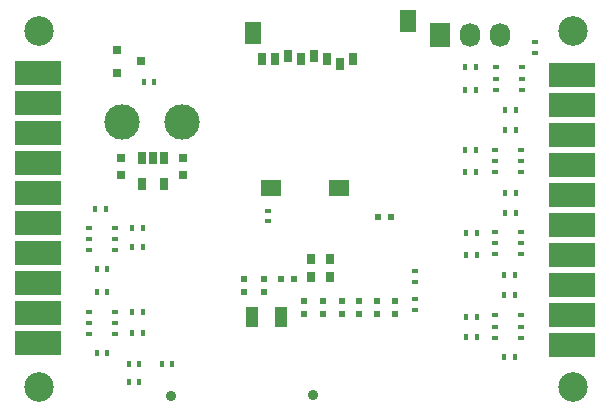
<source format=gbs>
G04 #@! TF.FileFunction,Soldermask,Bot*
%FSLAX46Y46*%
G04 Gerber Fmt 4.6, Leading zero omitted, Abs format (unit mm)*
G04 Created by KiCad (PCBNEW (2015-01-16 BZR 5376)-product) date 31.05.2015 18:22:37*
%MOMM*%
G01*
G04 APERTURE LIST*
%ADD10C,0.100000*%
%ADD11R,1.400000X1.900000*%
%ADD12R,1.800000X1.400000*%
%ADD13R,0.800000X1.100000*%
%ADD14R,0.500000X0.600000*%
%ADD15R,0.400000X0.600000*%
%ADD16R,0.600000X0.400000*%
%ADD17R,0.600000X0.500000*%
%ADD18R,0.650000X1.060000*%
%ADD19R,0.650000X0.850000*%
%ADD20R,1.000000X1.800000*%
%ADD21C,2.500000*%
%ADD22R,4.000000X2.000000*%
%ADD23C,3.000000*%
%ADD24R,1.727200X2.032000*%
%ADD25O,1.727200X2.032000*%
%ADD26R,0.750000X0.800000*%
%ADD27R,0.800100X0.800100*%
%ADD28C,0.900000*%
G04 APERTURE END LIST*
D10*
D11*
X117900000Y-78600000D03*
X104750000Y-79550000D03*
D12*
X106350000Y-92750000D03*
X112050000Y-92750000D03*
D13*
X113240000Y-81775000D03*
X112140000Y-82175000D03*
X111040000Y-81775000D03*
X108840000Y-81775000D03*
X109940000Y-81575000D03*
X107740000Y-81575000D03*
X106640000Y-81775000D03*
X105540000Y-81775000D03*
D14*
X110700000Y-103350000D03*
X110700000Y-102250000D03*
D15*
X97950000Y-107600000D03*
X97050000Y-107600000D03*
X126050000Y-107000000D03*
X126950000Y-107000000D03*
X126050000Y-101800000D03*
X126950000Y-101800000D03*
X126050000Y-100100000D03*
X126950000Y-100100000D03*
X126150000Y-94800000D03*
X127050000Y-94800000D03*
X126150000Y-93100000D03*
X127050000Y-93100000D03*
X126150000Y-87800000D03*
X127050000Y-87800000D03*
X126150000Y-86100000D03*
X127050000Y-86100000D03*
D16*
X128700000Y-81250000D03*
X128700000Y-80350000D03*
D14*
X104000000Y-101550000D03*
X104000000Y-100450000D03*
X105700000Y-101550000D03*
X105700000Y-100450000D03*
X109100000Y-103350000D03*
X109100000Y-102250000D03*
X116800000Y-103350000D03*
X116800000Y-102250000D03*
D17*
X116450000Y-95200000D03*
X115350000Y-95200000D03*
D14*
X115300000Y-103350000D03*
X115300000Y-102250000D03*
X113800000Y-103350000D03*
X113800000Y-102250000D03*
X112300000Y-103350000D03*
X112300000Y-102250000D03*
D17*
X108250000Y-100400000D03*
X107150000Y-100400000D03*
D15*
X95550000Y-83700000D03*
X96450000Y-83700000D03*
D16*
X106100000Y-95550000D03*
X106100000Y-94650000D03*
D18*
X95350000Y-90200000D03*
X96300000Y-90200000D03*
X97250000Y-90200000D03*
X97250000Y-92400000D03*
X95350000Y-92400000D03*
D19*
X109700000Y-98700000D03*
X111350000Y-98700000D03*
X109700000Y-100250000D03*
X111350000Y-100250000D03*
D15*
X95450000Y-103200000D03*
X94550000Y-103200000D03*
X95450000Y-105000000D03*
X94550000Y-105000000D03*
X122850000Y-105300000D03*
X123750000Y-105300000D03*
X122850000Y-103600000D03*
X123750000Y-103600000D03*
X122850000Y-98400000D03*
X123750000Y-98400000D03*
X122850000Y-96500000D03*
X123750000Y-96500000D03*
X123650000Y-91400000D03*
X122750000Y-91400000D03*
X123650000Y-89500000D03*
X122750000Y-89500000D03*
X123650000Y-84400000D03*
X122750000Y-84400000D03*
X123650000Y-82500000D03*
X122750000Y-82500000D03*
X94550000Y-96100000D03*
X95450000Y-96100000D03*
X94550000Y-97700000D03*
X95450000Y-97700000D03*
D20*
X104700000Y-103600000D03*
X107200000Y-103600000D03*
D16*
X125300000Y-105400000D03*
X125300000Y-104450000D03*
X125300000Y-103500000D03*
X127500000Y-103500000D03*
X127500000Y-104450000D03*
X127500000Y-105400000D03*
X125300000Y-98300000D03*
X125300000Y-97350000D03*
X125300000Y-96400000D03*
X127500000Y-96400000D03*
X127500000Y-97350000D03*
X127500000Y-98300000D03*
X125300000Y-91400000D03*
X125300000Y-90450000D03*
X125300000Y-89500000D03*
X127500000Y-89500000D03*
X127500000Y-90450000D03*
X127500000Y-91400000D03*
X125400000Y-84400000D03*
X125400000Y-83450000D03*
X125400000Y-82500000D03*
X127600000Y-82500000D03*
X127600000Y-83450000D03*
X127600000Y-84400000D03*
X93100000Y-103200000D03*
X93100000Y-104150000D03*
X93100000Y-105100000D03*
X90900000Y-105100000D03*
X90900000Y-104150000D03*
X90900000Y-103200000D03*
X93100000Y-96100000D03*
X93100000Y-97050000D03*
X93100000Y-98000000D03*
X90900000Y-98000000D03*
X90900000Y-97050000D03*
X90900000Y-96100000D03*
D15*
X92450000Y-101500000D03*
X91550000Y-101500000D03*
X92450000Y-106700000D03*
X91550000Y-106700000D03*
X92350000Y-94500000D03*
X91450000Y-94500000D03*
X92450000Y-99600000D03*
X91550000Y-99600000D03*
D21*
X131900000Y-79400000D03*
D22*
X86600000Y-83000000D03*
X86600000Y-85540000D03*
X86600000Y-88080000D03*
X86600000Y-90620000D03*
X86600000Y-93160000D03*
X86600000Y-95700000D03*
X86600000Y-98240000D03*
X86600000Y-100780000D03*
X86600000Y-103320000D03*
X86600000Y-105860000D03*
X131800000Y-106000000D03*
X131800000Y-103460000D03*
X131800000Y-100920000D03*
X131800000Y-98380000D03*
X131800000Y-95840000D03*
X131800000Y-93300000D03*
X131800000Y-90760000D03*
X131800000Y-88220000D03*
X131800000Y-85680000D03*
X131800000Y-83140000D03*
D21*
X131900000Y-109600000D03*
X86700000Y-109600000D03*
X86700000Y-79400000D03*
D23*
X93660000Y-87100000D03*
X98740000Y-87100000D03*
D24*
X120600000Y-79800000D03*
D25*
X123140000Y-79800000D03*
X125680000Y-79800000D03*
D26*
X93600000Y-90150000D03*
X93600000Y-91650000D03*
X98900000Y-91650000D03*
X98900000Y-90150000D03*
D15*
X95150000Y-109100000D03*
X94250000Y-109100000D03*
X95150000Y-107600000D03*
X94250000Y-107600000D03*
D27*
X93299240Y-82950000D03*
X93299240Y-81050000D03*
X95298220Y-82000000D03*
D16*
X118500000Y-99750000D03*
X118500000Y-100650000D03*
X118500000Y-102150000D03*
X118500000Y-103050000D03*
D28*
X109875000Y-110200000D03*
X97875000Y-110300000D03*
M02*

</source>
